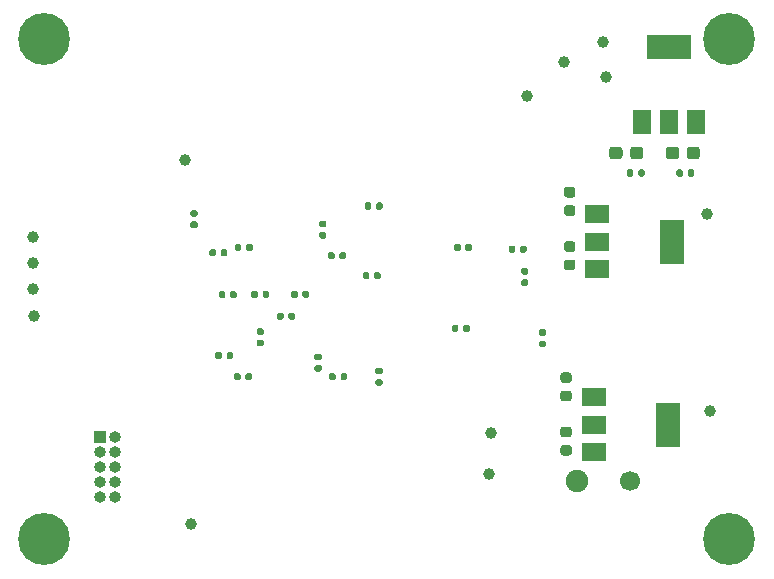
<source format=gbs>
%TF.GenerationSoftware,KiCad,Pcbnew,5.1.8-db9833491~88~ubuntu20.04.1*%
%TF.CreationDate,2021-01-24T20:19:36-05:00*%
%TF.ProjectId,julia_v2.1.1.0,6a756c69-615f-4763-922e-312e312e302e,rev?*%
%TF.SameCoordinates,Original*%
%TF.FileFunction,Soldermask,Bot*%
%TF.FilePolarity,Negative*%
%FSLAX46Y46*%
G04 Gerber Fmt 4.6, Leading zero omitted, Abs format (unit mm)*
G04 Created by KiCad (PCBNEW 5.1.8-db9833491~88~ubuntu20.04.1) date 2021-01-24 20:19:36*
%MOMM*%
%LPD*%
G01*
G04 APERTURE LIST*
%ADD10C,4.400000*%
%ADD11O,1.000000X1.000000*%
%ADD12R,1.000000X1.000000*%
%ADD13R,1.500000X2.000000*%
%ADD14R,3.800000X2.000000*%
%ADD15R,2.000000X1.500000*%
%ADD16R,2.000000X3.800000*%
%ADD17C,1.000000*%
%ADD18C,1.900000*%
%ADD19C,1.700000*%
G04 APERTURE END LIST*
D10*
%TO.C,H4*%
X138620000Y-88060000D03*
%TD*%
%TO.C,H3*%
X138620000Y-130400000D03*
%TD*%
%TO.C,H2*%
X80630000Y-130400000D03*
%TD*%
%TO.C,H1*%
X80630000Y-88060000D03*
%TD*%
D11*
%TO.C,J2*%
X86570000Y-126840000D03*
X85300000Y-126840000D03*
X86570000Y-125570000D03*
X85300000Y-125570000D03*
X86570000Y-124300000D03*
X85300000Y-124300000D03*
X86570000Y-123030000D03*
X85300000Y-123030000D03*
X86570000Y-121760000D03*
D12*
X85300000Y-121760000D03*
%TD*%
D13*
%TO.C,U4*%
X135800000Y-95050000D03*
X131200000Y-95050000D03*
X133500000Y-95050000D03*
D14*
X133500000Y-88750000D03*
%TD*%
D15*
%TO.C,U3*%
X127450000Y-107500000D03*
X127450000Y-102900000D03*
X127450000Y-105200000D03*
D16*
X133750000Y-105200000D03*
%TD*%
D15*
%TO.C,U2*%
X127150000Y-123000000D03*
X127150000Y-118400000D03*
X127150000Y-120700000D03*
D16*
X133450000Y-120700000D03*
%TD*%
D17*
%TO.C,TP14*%
X124650000Y-90000000D03*
%TD*%
%TO.C,TP13*%
X128200000Y-91300000D03*
%TD*%
%TO.C,TP12*%
X121500000Y-92900000D03*
%TD*%
%TO.C,TP11*%
X79760000Y-111520000D03*
%TD*%
%TO.C,TP10*%
X79700000Y-104800000D03*
%TD*%
%TO.C,TP9*%
X79700000Y-109200000D03*
%TD*%
%TO.C,TP8*%
X93080000Y-129130000D03*
%TD*%
%TO.C,TP7*%
X79700000Y-107000000D03*
%TD*%
%TO.C,TP6*%
X92500000Y-98300000D03*
%TD*%
%TO.C,TP5*%
X118400000Y-121400000D03*
%TD*%
%TO.C,TP4*%
X127900000Y-88300000D03*
%TD*%
%TO.C,TP3*%
X136750000Y-102850000D03*
%TD*%
%TO.C,TP2*%
X137000000Y-119550000D03*
%TD*%
%TO.C,TP1*%
X118300000Y-124900000D03*
%TD*%
D18*
%TO.C,J1*%
X125700000Y-125500000D03*
D19*
X130200000Y-125500000D03*
%TD*%
%TO.C,C39*%
G36*
G01*
X105300000Y-116480000D02*
X105300000Y-116820000D01*
G75*
G02*
X105160000Y-116960000I-140000J0D01*
G01*
X104880000Y-116960000D01*
G75*
G02*
X104740000Y-116820000I0J140000D01*
G01*
X104740000Y-116480000D01*
G75*
G02*
X104880000Y-116340000I140000J0D01*
G01*
X105160000Y-116340000D01*
G75*
G02*
X105300000Y-116480000I0J-140000D01*
G01*
G37*
G36*
G01*
X106260000Y-116480000D02*
X106260000Y-116820000D01*
G75*
G02*
X106120000Y-116960000I-140000J0D01*
G01*
X105840000Y-116960000D01*
G75*
G02*
X105700000Y-116820000I0J140000D01*
G01*
X105700000Y-116480000D01*
G75*
G02*
X105840000Y-116340000I140000J0D01*
G01*
X106120000Y-116340000D01*
G75*
G02*
X106260000Y-116480000I0J-140000D01*
G01*
G37*
%TD*%
%TO.C,C38*%
G36*
G01*
X95650000Y-114680000D02*
X95650000Y-115020000D01*
G75*
G02*
X95510000Y-115160000I-140000J0D01*
G01*
X95230000Y-115160000D01*
G75*
G02*
X95090000Y-115020000I0J140000D01*
G01*
X95090000Y-114680000D01*
G75*
G02*
X95230000Y-114540000I140000J0D01*
G01*
X95510000Y-114540000D01*
G75*
G02*
X95650000Y-114680000I0J-140000D01*
G01*
G37*
G36*
G01*
X96610000Y-114680000D02*
X96610000Y-115020000D01*
G75*
G02*
X96470000Y-115160000I-140000J0D01*
G01*
X96190000Y-115160000D01*
G75*
G02*
X96050000Y-115020000I0J140000D01*
G01*
X96050000Y-114680000D01*
G75*
G02*
X96190000Y-114540000I140000J0D01*
G01*
X96470000Y-114540000D01*
G75*
G02*
X96610000Y-114680000I0J-140000D01*
G01*
G37*
%TD*%
%TO.C,C37*%
G36*
G01*
X102080000Y-109490000D02*
X102080000Y-109830000D01*
G75*
G02*
X101940000Y-109970000I-140000J0D01*
G01*
X101660000Y-109970000D01*
G75*
G02*
X101520000Y-109830000I0J140000D01*
G01*
X101520000Y-109490000D01*
G75*
G02*
X101660000Y-109350000I140000J0D01*
G01*
X101940000Y-109350000D01*
G75*
G02*
X102080000Y-109490000I0J-140000D01*
G01*
G37*
G36*
G01*
X103040000Y-109490000D02*
X103040000Y-109830000D01*
G75*
G02*
X102900000Y-109970000I-140000J0D01*
G01*
X102620000Y-109970000D01*
G75*
G02*
X102480000Y-109830000I0J140000D01*
G01*
X102480000Y-109490000D01*
G75*
G02*
X102620000Y-109350000I140000J0D01*
G01*
X102900000Y-109350000D01*
G75*
G02*
X103040000Y-109490000I0J-140000D01*
G01*
G37*
%TD*%
%TO.C,C35*%
G36*
G01*
X93130000Y-103500000D02*
X93470000Y-103500000D01*
G75*
G02*
X93610000Y-103640000I0J-140000D01*
G01*
X93610000Y-103920000D01*
G75*
G02*
X93470000Y-104060000I-140000J0D01*
G01*
X93130000Y-104060000D01*
G75*
G02*
X92990000Y-103920000I0J140000D01*
G01*
X92990000Y-103640000D01*
G75*
G02*
X93130000Y-103500000I140000J0D01*
G01*
G37*
G36*
G01*
X93130000Y-102540000D02*
X93470000Y-102540000D01*
G75*
G02*
X93610000Y-102680000I0J-140000D01*
G01*
X93610000Y-102960000D01*
G75*
G02*
X93470000Y-103100000I-140000J0D01*
G01*
X93130000Y-103100000D01*
G75*
G02*
X92990000Y-102960000I0J140000D01*
G01*
X92990000Y-102680000D01*
G75*
G02*
X93130000Y-102540000I140000J0D01*
G01*
G37*
%TD*%
%TO.C,C33*%
G36*
G01*
X103970000Y-115250000D02*
X103630000Y-115250000D01*
G75*
G02*
X103490000Y-115110000I0J140000D01*
G01*
X103490000Y-114830000D01*
G75*
G02*
X103630000Y-114690000I140000J0D01*
G01*
X103970000Y-114690000D01*
G75*
G02*
X104110000Y-114830000I0J-140000D01*
G01*
X104110000Y-115110000D01*
G75*
G02*
X103970000Y-115250000I-140000J0D01*
G01*
G37*
G36*
G01*
X103970000Y-116210000D02*
X103630000Y-116210000D01*
G75*
G02*
X103490000Y-116070000I0J140000D01*
G01*
X103490000Y-115790000D01*
G75*
G02*
X103630000Y-115650000I140000J0D01*
G01*
X103970000Y-115650000D01*
G75*
G02*
X104110000Y-115790000I0J-140000D01*
G01*
X104110000Y-116070000D01*
G75*
G02*
X103970000Y-116210000I-140000J0D01*
G01*
G37*
%TD*%
%TO.C,C32*%
G36*
G01*
X104030000Y-104400000D02*
X104370000Y-104400000D01*
G75*
G02*
X104510000Y-104540000I0J-140000D01*
G01*
X104510000Y-104820000D01*
G75*
G02*
X104370000Y-104960000I-140000J0D01*
G01*
X104030000Y-104960000D01*
G75*
G02*
X103890000Y-104820000I0J140000D01*
G01*
X103890000Y-104540000D01*
G75*
G02*
X104030000Y-104400000I140000J0D01*
G01*
G37*
G36*
G01*
X104030000Y-103440000D02*
X104370000Y-103440000D01*
G75*
G02*
X104510000Y-103580000I0J-140000D01*
G01*
X104510000Y-103860000D01*
G75*
G02*
X104370000Y-104000000I-140000J0D01*
G01*
X104030000Y-104000000D01*
G75*
G02*
X103890000Y-103860000I0J140000D01*
G01*
X103890000Y-103580000D01*
G75*
G02*
X104030000Y-103440000I140000J0D01*
G01*
G37*
%TD*%
%TO.C,C31*%
G36*
G01*
X109120000Y-116450000D02*
X108780000Y-116450000D01*
G75*
G02*
X108640000Y-116310000I0J140000D01*
G01*
X108640000Y-116030000D01*
G75*
G02*
X108780000Y-115890000I140000J0D01*
G01*
X109120000Y-115890000D01*
G75*
G02*
X109260000Y-116030000I0J-140000D01*
G01*
X109260000Y-116310000D01*
G75*
G02*
X109120000Y-116450000I-140000J0D01*
G01*
G37*
G36*
G01*
X109120000Y-117410000D02*
X108780000Y-117410000D01*
G75*
G02*
X108640000Y-117270000I0J140000D01*
G01*
X108640000Y-116990000D01*
G75*
G02*
X108780000Y-116850000I140000J0D01*
G01*
X109120000Y-116850000D01*
G75*
G02*
X109260000Y-116990000I0J-140000D01*
G01*
X109260000Y-117270000D01*
G75*
G02*
X109120000Y-117410000I-140000J0D01*
G01*
G37*
%TD*%
%TO.C,C29*%
G36*
G01*
X101290000Y-111690000D02*
X101290000Y-111350000D01*
G75*
G02*
X101430000Y-111210000I140000J0D01*
G01*
X101710000Y-111210000D01*
G75*
G02*
X101850000Y-111350000I0J-140000D01*
G01*
X101850000Y-111690000D01*
G75*
G02*
X101710000Y-111830000I-140000J0D01*
G01*
X101430000Y-111830000D01*
G75*
G02*
X101290000Y-111690000I0J140000D01*
G01*
G37*
G36*
G01*
X100330000Y-111690000D02*
X100330000Y-111350000D01*
G75*
G02*
X100470000Y-111210000I140000J0D01*
G01*
X100750000Y-111210000D01*
G75*
G02*
X100890000Y-111350000I0J-140000D01*
G01*
X100890000Y-111690000D01*
G75*
G02*
X100750000Y-111830000I-140000J0D01*
G01*
X100470000Y-111830000D01*
G75*
G02*
X100330000Y-111690000I0J140000D01*
G01*
G37*
%TD*%
%TO.C,C28*%
G36*
G01*
X108300000Y-102030000D02*
X108300000Y-102370000D01*
G75*
G02*
X108160000Y-102510000I-140000J0D01*
G01*
X107880000Y-102510000D01*
G75*
G02*
X107740000Y-102370000I0J140000D01*
G01*
X107740000Y-102030000D01*
G75*
G02*
X107880000Y-101890000I140000J0D01*
G01*
X108160000Y-101890000D01*
G75*
G02*
X108300000Y-102030000I0J-140000D01*
G01*
G37*
G36*
G01*
X109260000Y-102030000D02*
X109260000Y-102370000D01*
G75*
G02*
X109120000Y-102510000I-140000J0D01*
G01*
X108840000Y-102510000D01*
G75*
G02*
X108700000Y-102370000I0J140000D01*
G01*
X108700000Y-102030000D01*
G75*
G02*
X108840000Y-101890000I140000J0D01*
G01*
X109120000Y-101890000D01*
G75*
G02*
X109260000Y-102030000I0J-140000D01*
G01*
G37*
%TD*%
%TO.C,C27*%
G36*
G01*
X98730000Y-113500000D02*
X99070000Y-113500000D01*
G75*
G02*
X99210000Y-113640000I0J-140000D01*
G01*
X99210000Y-113920000D01*
G75*
G02*
X99070000Y-114060000I-140000J0D01*
G01*
X98730000Y-114060000D01*
G75*
G02*
X98590000Y-113920000I0J140000D01*
G01*
X98590000Y-113640000D01*
G75*
G02*
X98730000Y-113500000I140000J0D01*
G01*
G37*
G36*
G01*
X98730000Y-112540000D02*
X99070000Y-112540000D01*
G75*
G02*
X99210000Y-112680000I0J-140000D01*
G01*
X99210000Y-112960000D01*
G75*
G02*
X99070000Y-113100000I-140000J0D01*
G01*
X98730000Y-113100000D01*
G75*
G02*
X98590000Y-112960000I0J140000D01*
G01*
X98590000Y-112680000D01*
G75*
G02*
X98730000Y-112540000I140000J0D01*
G01*
G37*
%TD*%
%TO.C,C25*%
G36*
G01*
X99100000Y-109830000D02*
X99100000Y-109490000D01*
G75*
G02*
X99240000Y-109350000I140000J0D01*
G01*
X99520000Y-109350000D01*
G75*
G02*
X99660000Y-109490000I0J-140000D01*
G01*
X99660000Y-109830000D01*
G75*
G02*
X99520000Y-109970000I-140000J0D01*
G01*
X99240000Y-109970000D01*
G75*
G02*
X99100000Y-109830000I0J140000D01*
G01*
G37*
G36*
G01*
X98140000Y-109830000D02*
X98140000Y-109490000D01*
G75*
G02*
X98280000Y-109350000I140000J0D01*
G01*
X98560000Y-109350000D01*
G75*
G02*
X98700000Y-109490000I0J-140000D01*
G01*
X98700000Y-109830000D01*
G75*
G02*
X98560000Y-109970000I-140000J0D01*
G01*
X98280000Y-109970000D01*
G75*
G02*
X98140000Y-109830000I0J140000D01*
G01*
G37*
%TD*%
%TO.C,C24*%
G36*
G01*
X105600000Y-106570000D02*
X105600000Y-106230000D01*
G75*
G02*
X105740000Y-106090000I140000J0D01*
G01*
X106020000Y-106090000D01*
G75*
G02*
X106160000Y-106230000I0J-140000D01*
G01*
X106160000Y-106570000D01*
G75*
G02*
X106020000Y-106710000I-140000J0D01*
G01*
X105740000Y-106710000D01*
G75*
G02*
X105600000Y-106570000I0J140000D01*
G01*
G37*
G36*
G01*
X104640000Y-106570000D02*
X104640000Y-106230000D01*
G75*
G02*
X104780000Y-106090000I140000J0D01*
G01*
X105060000Y-106090000D01*
G75*
G02*
X105200000Y-106230000I0J-140000D01*
G01*
X105200000Y-106570000D01*
G75*
G02*
X105060000Y-106710000I-140000J0D01*
G01*
X104780000Y-106710000D01*
G75*
G02*
X104640000Y-106570000I0J140000D01*
G01*
G37*
%TD*%
%TO.C,C22*%
G36*
G01*
X95150000Y-105980000D02*
X95150000Y-106320000D01*
G75*
G02*
X95010000Y-106460000I-140000J0D01*
G01*
X94730000Y-106460000D01*
G75*
G02*
X94590000Y-106320000I0J140000D01*
G01*
X94590000Y-105980000D01*
G75*
G02*
X94730000Y-105840000I140000J0D01*
G01*
X95010000Y-105840000D01*
G75*
G02*
X95150000Y-105980000I0J-140000D01*
G01*
G37*
G36*
G01*
X96110000Y-105980000D02*
X96110000Y-106320000D01*
G75*
G02*
X95970000Y-106460000I-140000J0D01*
G01*
X95690000Y-106460000D01*
G75*
G02*
X95550000Y-106320000I0J140000D01*
G01*
X95550000Y-105980000D01*
G75*
G02*
X95690000Y-105840000I140000J0D01*
G01*
X95970000Y-105840000D01*
G75*
G02*
X96110000Y-105980000I0J-140000D01*
G01*
G37*
%TD*%
%TO.C,C18*%
G36*
G01*
X121470000Y-108000000D02*
X121130000Y-108000000D01*
G75*
G02*
X120990000Y-107860000I0J140000D01*
G01*
X120990000Y-107580000D01*
G75*
G02*
X121130000Y-107440000I140000J0D01*
G01*
X121470000Y-107440000D01*
G75*
G02*
X121610000Y-107580000I0J-140000D01*
G01*
X121610000Y-107860000D01*
G75*
G02*
X121470000Y-108000000I-140000J0D01*
G01*
G37*
G36*
G01*
X121470000Y-108960000D02*
X121130000Y-108960000D01*
G75*
G02*
X120990000Y-108820000I0J140000D01*
G01*
X120990000Y-108540000D01*
G75*
G02*
X121130000Y-108400000I140000J0D01*
G01*
X121470000Y-108400000D01*
G75*
G02*
X121610000Y-108540000I0J-140000D01*
G01*
X121610000Y-108820000D01*
G75*
G02*
X121470000Y-108960000I-140000J0D01*
G01*
G37*
%TD*%
%TO.C,C17*%
G36*
G01*
X135012500Y-97975001D02*
X135012500Y-97424999D01*
G75*
G02*
X135262499Y-97175000I249999J0D01*
G01*
X135887501Y-97175000D01*
G75*
G02*
X136137500Y-97424999I0J-249999D01*
G01*
X136137500Y-97975001D01*
G75*
G02*
X135887501Y-98225000I-249999J0D01*
G01*
X135262499Y-98225000D01*
G75*
G02*
X135012500Y-97975001I0J249999D01*
G01*
G37*
G36*
G01*
X133237500Y-97975001D02*
X133237500Y-97424999D01*
G75*
G02*
X133487499Y-97175000I249999J0D01*
G01*
X134112501Y-97175000D01*
G75*
G02*
X134362500Y-97424999I0J-249999D01*
G01*
X134362500Y-97975001D01*
G75*
G02*
X134112501Y-98225000I-249999J0D01*
G01*
X133487499Y-98225000D01*
G75*
G02*
X133237500Y-97975001I0J249999D01*
G01*
G37*
%TD*%
%TO.C,C16*%
G36*
G01*
X97700000Y-105870000D02*
X97700000Y-105530000D01*
G75*
G02*
X97840000Y-105390000I140000J0D01*
G01*
X98120000Y-105390000D01*
G75*
G02*
X98260000Y-105530000I0J-140000D01*
G01*
X98260000Y-105870000D01*
G75*
G02*
X98120000Y-106010000I-140000J0D01*
G01*
X97840000Y-106010000D01*
G75*
G02*
X97700000Y-105870000I0J140000D01*
G01*
G37*
G36*
G01*
X96740000Y-105870000D02*
X96740000Y-105530000D01*
G75*
G02*
X96880000Y-105390000I140000J0D01*
G01*
X97160000Y-105390000D01*
G75*
G02*
X97300000Y-105530000I0J-140000D01*
G01*
X97300000Y-105870000D01*
G75*
G02*
X97160000Y-106010000I-140000J0D01*
G01*
X96880000Y-106010000D01*
G75*
G02*
X96740000Y-105870000I0J140000D01*
G01*
G37*
%TD*%
%TO.C,C15*%
G36*
G01*
X124850000Y-106725000D02*
X125350000Y-106725000D01*
G75*
G02*
X125575000Y-106950000I0J-225000D01*
G01*
X125575000Y-107400000D01*
G75*
G02*
X125350000Y-107625000I-225000J0D01*
G01*
X124850000Y-107625000D01*
G75*
G02*
X124625000Y-107400000I0J225000D01*
G01*
X124625000Y-106950000D01*
G75*
G02*
X124850000Y-106725000I225000J0D01*
G01*
G37*
G36*
G01*
X124850000Y-105175000D02*
X125350000Y-105175000D01*
G75*
G02*
X125575000Y-105400000I0J-225000D01*
G01*
X125575000Y-105850000D01*
G75*
G02*
X125350000Y-106075000I-225000J0D01*
G01*
X124850000Y-106075000D01*
G75*
G02*
X124625000Y-105850000I0J225000D01*
G01*
X124625000Y-105400000D01*
G75*
G02*
X124850000Y-105175000I225000J0D01*
G01*
G37*
%TD*%
%TO.C,C14*%
G36*
G01*
X124550000Y-122425000D02*
X125050000Y-122425000D01*
G75*
G02*
X125275000Y-122650000I0J-225000D01*
G01*
X125275000Y-123100000D01*
G75*
G02*
X125050000Y-123325000I-225000J0D01*
G01*
X124550000Y-123325000D01*
G75*
G02*
X124325000Y-123100000I0J225000D01*
G01*
X124325000Y-122650000D01*
G75*
G02*
X124550000Y-122425000I225000J0D01*
G01*
G37*
G36*
G01*
X124550000Y-120875000D02*
X125050000Y-120875000D01*
G75*
G02*
X125275000Y-121100000I0J-225000D01*
G01*
X125275000Y-121550000D01*
G75*
G02*
X125050000Y-121775000I-225000J0D01*
G01*
X124550000Y-121775000D01*
G75*
G02*
X124325000Y-121550000I0J225000D01*
G01*
X124325000Y-121100000D01*
G75*
G02*
X124550000Y-120875000I225000J0D01*
G01*
G37*
%TD*%
%TO.C,C13*%
G36*
G01*
X135100000Y-99570000D02*
X135100000Y-99230000D01*
G75*
G02*
X135240000Y-99090000I140000J0D01*
G01*
X135520000Y-99090000D01*
G75*
G02*
X135660000Y-99230000I0J-140000D01*
G01*
X135660000Y-99570000D01*
G75*
G02*
X135520000Y-99710000I-140000J0D01*
G01*
X135240000Y-99710000D01*
G75*
G02*
X135100000Y-99570000I0J140000D01*
G01*
G37*
G36*
G01*
X134140000Y-99570000D02*
X134140000Y-99230000D01*
G75*
G02*
X134280000Y-99090000I140000J0D01*
G01*
X134560000Y-99090000D01*
G75*
G02*
X134700000Y-99230000I0J-140000D01*
G01*
X134700000Y-99570000D01*
G75*
G02*
X134560000Y-99710000I-140000J0D01*
G01*
X134280000Y-99710000D01*
G75*
G02*
X134140000Y-99570000I0J140000D01*
G01*
G37*
%TD*%
%TO.C,C12*%
G36*
G01*
X97650000Y-116820000D02*
X97650000Y-116480000D01*
G75*
G02*
X97790000Y-116340000I140000J0D01*
G01*
X98070000Y-116340000D01*
G75*
G02*
X98210000Y-116480000I0J-140000D01*
G01*
X98210000Y-116820000D01*
G75*
G02*
X98070000Y-116960000I-140000J0D01*
G01*
X97790000Y-116960000D01*
G75*
G02*
X97650000Y-116820000I0J140000D01*
G01*
G37*
G36*
G01*
X96690000Y-116820000D02*
X96690000Y-116480000D01*
G75*
G02*
X96830000Y-116340000I140000J0D01*
G01*
X97110000Y-116340000D01*
G75*
G02*
X97250000Y-116480000I0J-140000D01*
G01*
X97250000Y-116820000D01*
G75*
G02*
X97110000Y-116960000I-140000J0D01*
G01*
X96830000Y-116960000D01*
G75*
G02*
X96690000Y-116820000I0J140000D01*
G01*
G37*
%TD*%
%TO.C,C11*%
G36*
G01*
X116080000Y-112720000D02*
X116080000Y-112380000D01*
G75*
G02*
X116220000Y-112240000I140000J0D01*
G01*
X116500000Y-112240000D01*
G75*
G02*
X116640000Y-112380000I0J-140000D01*
G01*
X116640000Y-112720000D01*
G75*
G02*
X116500000Y-112860000I-140000J0D01*
G01*
X116220000Y-112860000D01*
G75*
G02*
X116080000Y-112720000I0J140000D01*
G01*
G37*
G36*
G01*
X115120000Y-112720000D02*
X115120000Y-112380000D01*
G75*
G02*
X115260000Y-112240000I140000J0D01*
G01*
X115540000Y-112240000D01*
G75*
G02*
X115680000Y-112380000I0J-140000D01*
G01*
X115680000Y-112720000D01*
G75*
G02*
X115540000Y-112860000I-140000J0D01*
G01*
X115260000Y-112860000D01*
G75*
G02*
X115120000Y-112720000I0J140000D01*
G01*
G37*
%TD*%
%TO.C,C10*%
G36*
G01*
X130500000Y-99230000D02*
X130500000Y-99570000D01*
G75*
G02*
X130360000Y-99710000I-140000J0D01*
G01*
X130080000Y-99710000D01*
G75*
G02*
X129940000Y-99570000I0J140000D01*
G01*
X129940000Y-99230000D01*
G75*
G02*
X130080000Y-99090000I140000J0D01*
G01*
X130360000Y-99090000D01*
G75*
G02*
X130500000Y-99230000I0J-140000D01*
G01*
G37*
G36*
G01*
X131460000Y-99230000D02*
X131460000Y-99570000D01*
G75*
G02*
X131320000Y-99710000I-140000J0D01*
G01*
X131040000Y-99710000D01*
G75*
G02*
X130900000Y-99570000I0J140000D01*
G01*
X130900000Y-99230000D01*
G75*
G02*
X131040000Y-99090000I140000J0D01*
G01*
X131320000Y-99090000D01*
G75*
G02*
X131460000Y-99230000I0J-140000D01*
G01*
G37*
%TD*%
%TO.C,C9*%
G36*
G01*
X108550000Y-108270000D02*
X108550000Y-107930000D01*
G75*
G02*
X108690000Y-107790000I140000J0D01*
G01*
X108970000Y-107790000D01*
G75*
G02*
X109110000Y-107930000I0J-140000D01*
G01*
X109110000Y-108270000D01*
G75*
G02*
X108970000Y-108410000I-140000J0D01*
G01*
X108690000Y-108410000D01*
G75*
G02*
X108550000Y-108270000I0J140000D01*
G01*
G37*
G36*
G01*
X107590000Y-108270000D02*
X107590000Y-107930000D01*
G75*
G02*
X107730000Y-107790000I140000J0D01*
G01*
X108010000Y-107790000D01*
G75*
G02*
X108150000Y-107930000I0J-140000D01*
G01*
X108150000Y-108270000D01*
G75*
G02*
X108010000Y-108410000I-140000J0D01*
G01*
X107730000Y-108410000D01*
G75*
G02*
X107590000Y-108270000I0J140000D01*
G01*
G37*
%TD*%
%TO.C,C8*%
G36*
G01*
X125350000Y-101475000D02*
X124850000Y-101475000D01*
G75*
G02*
X124625000Y-101250000I0J225000D01*
G01*
X124625000Y-100800000D01*
G75*
G02*
X124850000Y-100575000I225000J0D01*
G01*
X125350000Y-100575000D01*
G75*
G02*
X125575000Y-100800000I0J-225000D01*
G01*
X125575000Y-101250000D01*
G75*
G02*
X125350000Y-101475000I-225000J0D01*
G01*
G37*
G36*
G01*
X125350000Y-103025000D02*
X124850000Y-103025000D01*
G75*
G02*
X124625000Y-102800000I0J225000D01*
G01*
X124625000Y-102350000D01*
G75*
G02*
X124850000Y-102125000I225000J0D01*
G01*
X125350000Y-102125000D01*
G75*
G02*
X125575000Y-102350000I0J-225000D01*
G01*
X125575000Y-102800000D01*
G75*
G02*
X125350000Y-103025000I-225000J0D01*
G01*
G37*
%TD*%
%TO.C,C7*%
G36*
G01*
X125050000Y-117175000D02*
X124550000Y-117175000D01*
G75*
G02*
X124325000Y-116950000I0J225000D01*
G01*
X124325000Y-116500000D01*
G75*
G02*
X124550000Y-116275000I225000J0D01*
G01*
X125050000Y-116275000D01*
G75*
G02*
X125275000Y-116500000I0J-225000D01*
G01*
X125275000Y-116950000D01*
G75*
G02*
X125050000Y-117175000I-225000J0D01*
G01*
G37*
G36*
G01*
X125050000Y-118725000D02*
X124550000Y-118725000D01*
G75*
G02*
X124325000Y-118500000I0J225000D01*
G01*
X124325000Y-118050000D01*
G75*
G02*
X124550000Y-117825000I225000J0D01*
G01*
X125050000Y-117825000D01*
G75*
G02*
X125275000Y-118050000I0J-225000D01*
G01*
X125275000Y-118500000D01*
G75*
G02*
X125050000Y-118725000I-225000J0D01*
G01*
G37*
%TD*%
%TO.C,C6*%
G36*
G01*
X96350000Y-109870000D02*
X96350000Y-109530000D01*
G75*
G02*
X96490000Y-109390000I140000J0D01*
G01*
X96770000Y-109390000D01*
G75*
G02*
X96910000Y-109530000I0J-140000D01*
G01*
X96910000Y-109870000D01*
G75*
G02*
X96770000Y-110010000I-140000J0D01*
G01*
X96490000Y-110010000D01*
G75*
G02*
X96350000Y-109870000I0J140000D01*
G01*
G37*
G36*
G01*
X95390000Y-109870000D02*
X95390000Y-109530000D01*
G75*
G02*
X95530000Y-109390000I140000J0D01*
G01*
X95810000Y-109390000D01*
G75*
G02*
X95950000Y-109530000I0J-140000D01*
G01*
X95950000Y-109870000D01*
G75*
G02*
X95810000Y-110010000I-140000J0D01*
G01*
X95530000Y-110010000D01*
G75*
G02*
X95390000Y-109870000I0J140000D01*
G01*
G37*
%TD*%
%TO.C,C5*%
G36*
G01*
X129575000Y-97424999D02*
X129575000Y-97975001D01*
G75*
G02*
X129325001Y-98225000I-249999J0D01*
G01*
X128699999Y-98225000D01*
G75*
G02*
X128450000Y-97975001I0J249999D01*
G01*
X128450000Y-97424999D01*
G75*
G02*
X128699999Y-97175000I249999J0D01*
G01*
X129325001Y-97175000D01*
G75*
G02*
X129575000Y-97424999I0J-249999D01*
G01*
G37*
G36*
G01*
X131350000Y-97424999D02*
X131350000Y-97975001D01*
G75*
G02*
X131100001Y-98225000I-249999J0D01*
G01*
X130474999Y-98225000D01*
G75*
G02*
X130225000Y-97975001I0J249999D01*
G01*
X130225000Y-97424999D01*
G75*
G02*
X130474999Y-97175000I249999J0D01*
G01*
X131100001Y-97175000D01*
G75*
G02*
X131350000Y-97424999I0J-249999D01*
G01*
G37*
%TD*%
%TO.C,C4*%
G36*
G01*
X116280000Y-105870000D02*
X116280000Y-105530000D01*
G75*
G02*
X116420000Y-105390000I140000J0D01*
G01*
X116700000Y-105390000D01*
G75*
G02*
X116840000Y-105530000I0J-140000D01*
G01*
X116840000Y-105870000D01*
G75*
G02*
X116700000Y-106010000I-140000J0D01*
G01*
X116420000Y-106010000D01*
G75*
G02*
X116280000Y-105870000I0J140000D01*
G01*
G37*
G36*
G01*
X115320000Y-105870000D02*
X115320000Y-105530000D01*
G75*
G02*
X115460000Y-105390000I140000J0D01*
G01*
X115740000Y-105390000D01*
G75*
G02*
X115880000Y-105530000I0J-140000D01*
G01*
X115880000Y-105870000D01*
G75*
G02*
X115740000Y-106010000I-140000J0D01*
G01*
X115460000Y-106010000D01*
G75*
G02*
X115320000Y-105870000I0J140000D01*
G01*
G37*
%TD*%
%TO.C,C3*%
G36*
G01*
X120900000Y-106020000D02*
X120900000Y-105680000D01*
G75*
G02*
X121040000Y-105540000I140000J0D01*
G01*
X121320000Y-105540000D01*
G75*
G02*
X121460000Y-105680000I0J-140000D01*
G01*
X121460000Y-106020000D01*
G75*
G02*
X121320000Y-106160000I-140000J0D01*
G01*
X121040000Y-106160000D01*
G75*
G02*
X120900000Y-106020000I0J140000D01*
G01*
G37*
G36*
G01*
X119940000Y-106020000D02*
X119940000Y-105680000D01*
G75*
G02*
X120080000Y-105540000I140000J0D01*
G01*
X120360000Y-105540000D01*
G75*
G02*
X120500000Y-105680000I0J-140000D01*
G01*
X120500000Y-106020000D01*
G75*
G02*
X120360000Y-106160000I-140000J0D01*
G01*
X120080000Y-106160000D01*
G75*
G02*
X119940000Y-106020000I0J140000D01*
G01*
G37*
%TD*%
%TO.C,C2*%
G36*
G01*
X122970000Y-113200000D02*
X122630000Y-113200000D01*
G75*
G02*
X122490000Y-113060000I0J140000D01*
G01*
X122490000Y-112780000D01*
G75*
G02*
X122630000Y-112640000I140000J0D01*
G01*
X122970000Y-112640000D01*
G75*
G02*
X123110000Y-112780000I0J-140000D01*
G01*
X123110000Y-113060000D01*
G75*
G02*
X122970000Y-113200000I-140000J0D01*
G01*
G37*
G36*
G01*
X122970000Y-114160000D02*
X122630000Y-114160000D01*
G75*
G02*
X122490000Y-114020000I0J140000D01*
G01*
X122490000Y-113740000D01*
G75*
G02*
X122630000Y-113600000I140000J0D01*
G01*
X122970000Y-113600000D01*
G75*
G02*
X123110000Y-113740000I0J-140000D01*
G01*
X123110000Y-114020000D01*
G75*
G02*
X122970000Y-114160000I-140000J0D01*
G01*
G37*
%TD*%
M02*

</source>
